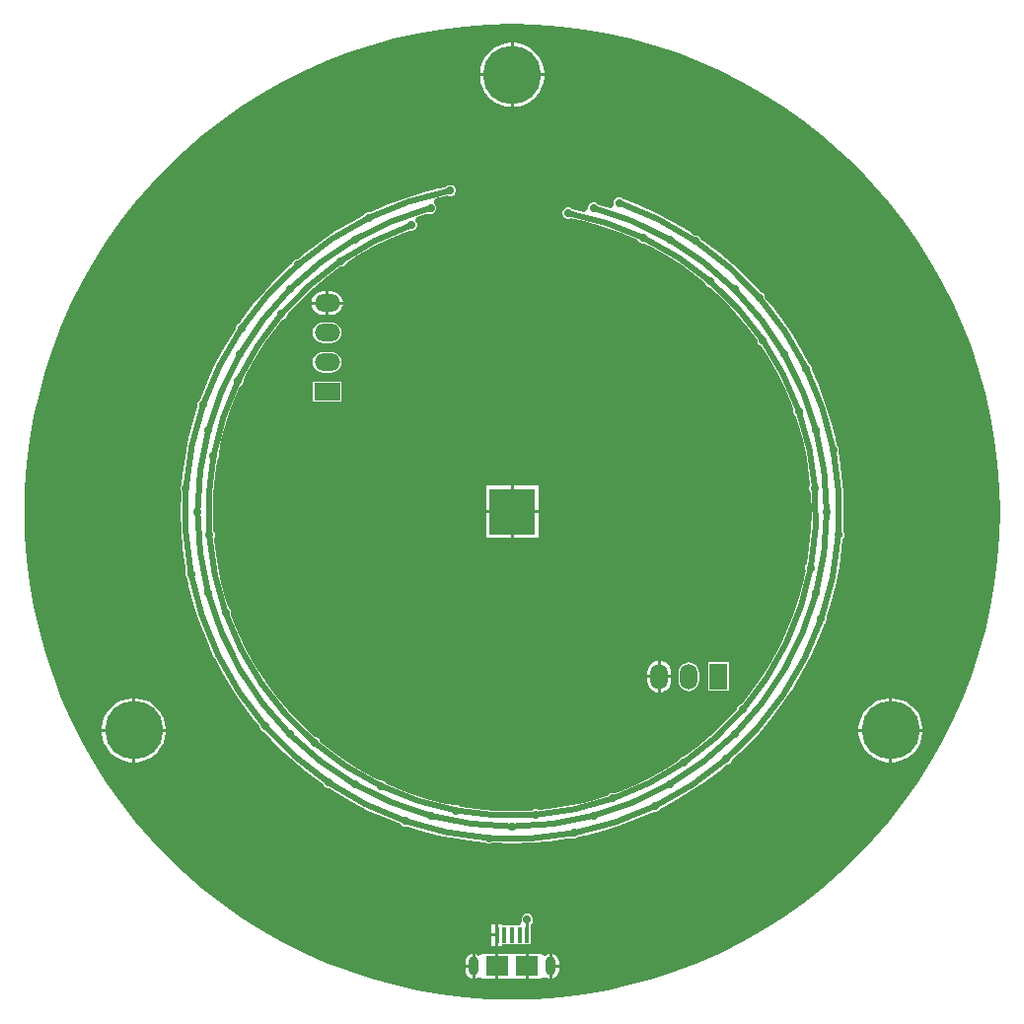
<source format=gbr>
%TF.GenerationSoftware,Altium Limited,Altium Designer,21.0.9 (235)*%
G04 Layer_Physical_Order=2*
G04 Layer_Color=16776960*
%FSLAX44Y44*%
%MOMM*%
%TF.SameCoordinates,5481C346-4989-4D35-A572-F3394CBA5BAB*%
%TF.FilePolarity,Positive*%
%TF.FileFunction,Copper,L2,Bot,Signal*%
%TF.Part,Single*%
G01*
G75*
%TA.AperFunction,Conductor*%
%ADD45C,0.5000*%
%TA.AperFunction,ComponentPad*%
G04:AMPARAMS|DCode=46|XSize=0.9mm|YSize=1.6mm|CornerRadius=0.45mm|HoleSize=0mm|Usage=FLASHONLY|Rotation=180.000|XOffset=0mm|YOffset=0mm|HoleType=Round|Shape=RoundedRectangle|*
%AMROUNDEDRECTD46*
21,1,0.9000,0.7000,0,0,180.0*
21,1,0.0000,1.6000,0,0,180.0*
1,1,0.9000,0.0000,0.3500*
1,1,0.9000,0.0000,0.3500*
1,1,0.9000,0.0000,-0.3500*
1,1,0.9000,0.0000,-0.3500*
%
%ADD46ROUNDEDRECTD46*%
%ADD47R,1.5000X2.2000*%
%ADD48O,1.5000X2.2000*%
%ADD49R,4.0000X4.0000*%
%ADD50O,2.2000X1.5000*%
%ADD51R,2.2000X1.5000*%
%ADD52C,5.0000*%
%TA.AperFunction,ViaPad*%
%ADD53C,0.7200*%
%TA.AperFunction,ConnectorPad*%
%ADD54R,1.9000X1.6510*%
%ADD55R,0.4000X1.3500*%
%TA.AperFunction,Conductor*%
%ADD56C,0.2540*%
G36*
X20540Y418098D02*
X41030Y416586D01*
X61422Y414071D01*
X81665Y410559D01*
X101712Y406057D01*
X121514Y400577D01*
X141023Y394132D01*
X160192Y386738D01*
X178976Y378412D01*
X197328Y369174D01*
X215205Y359047D01*
X232563Y348055D01*
X249361Y336224D01*
X265558Y323584D01*
X281116Y310164D01*
X295996Y295996D01*
X310164Y281116D01*
X323584Y265558D01*
X336224Y249361D01*
X348055Y232563D01*
X359047Y215205D01*
X369174Y197328D01*
X378412Y178976D01*
X386738Y160192D01*
X394132Y141023D01*
X400577Y121514D01*
X406057Y101712D01*
X410559Y81665D01*
X414071Y61422D01*
X416586Y41030D01*
X418098Y20540D01*
X418602Y0D01*
X418098Y-20540D01*
X416586Y-41030D01*
X414071Y-61422D01*
X410559Y-81665D01*
X406057Y-101712D01*
X400577Y-121514D01*
X394132Y-141023D01*
X386738Y-160192D01*
X378412Y-178976D01*
X369174Y-197328D01*
X359047Y-215205D01*
X348055Y-232563D01*
X336224Y-249361D01*
X323584Y-265558D01*
X310164Y-281116D01*
X295996Y-295996D01*
X281116Y-310164D01*
X265558Y-323584D01*
X249361Y-336224D01*
X232563Y-348055D01*
X215205Y-359047D01*
X197328Y-369174D01*
X178976Y-378412D01*
X160192Y-386738D01*
X141023Y-394132D01*
X121514Y-400577D01*
X101712Y-406057D01*
X81665Y-410559D01*
X61422Y-414071D01*
X41030Y-416586D01*
X20540Y-418098D01*
X0Y-418602D01*
X-20540Y-418098D01*
X-41030Y-416586D01*
X-61422Y-414071D01*
X-81665Y-410559D01*
X-101712Y-406057D01*
X-121514Y-400577D01*
X-141023Y-394132D01*
X-160192Y-386738D01*
X-178976Y-378412D01*
X-197328Y-369174D01*
X-215205Y-359047D01*
X-232563Y-348055D01*
X-249361Y-336224D01*
X-265558Y-323584D01*
X-281116Y-310164D01*
X-295996Y-295996D01*
X-310164Y-281116D01*
X-323584Y-265558D01*
X-336224Y-249361D01*
X-348055Y-232563D01*
X-359047Y-215205D01*
X-369174Y-197328D01*
X-378412Y-178976D01*
X-386738Y-160192D01*
X-394132Y-141023D01*
X-400577Y-121514D01*
X-406057Y-101712D01*
X-410559Y-81665D01*
X-414071Y-61422D01*
X-416586Y-41030D01*
X-418098Y-20540D01*
X-418602Y0D01*
X-418098Y20540D01*
X-416586Y41030D01*
X-414071Y61422D01*
X-410559Y81665D01*
X-406057Y101712D01*
X-400577Y121514D01*
X-394132Y141023D01*
X-386738Y160192D01*
X-378412Y178976D01*
X-369174Y197328D01*
X-359047Y215205D01*
X-348055Y232563D01*
X-336224Y249361D01*
X-323584Y265558D01*
X-310164Y281116D01*
X-295996Y295996D01*
X-281116Y310164D01*
X-265558Y323584D01*
X-249361Y336224D01*
X-232563Y348055D01*
X-215205Y359047D01*
X-197328Y369174D01*
X-178976Y378412D01*
X-160192Y386738D01*
X-141023Y394132D01*
X-121514Y400577D01*
X-101712Y406057D01*
X-81665Y410559D01*
X-61422Y414071D01*
X-41030Y416586D01*
X-20540Y418098D01*
X0Y418602D01*
X20540Y418098D01*
D02*
G37*
%LPC*%
G36*
X2167Y402540D02*
X1270D01*
Y376270D01*
X27540D01*
Y377167D01*
X26862Y381449D01*
X25522Y385571D01*
X23554Y389434D01*
X21006Y392941D01*
X17941Y396006D01*
X14434Y398554D01*
X10572Y400522D01*
X6449Y401861D01*
X2167Y402540D01*
D02*
G37*
G36*
X-1270D02*
X-2167D01*
X-6449Y401861D01*
X-10572Y400522D01*
X-14434Y398554D01*
X-17941Y396006D01*
X-21006Y392941D01*
X-23554Y389434D01*
X-25522Y385571D01*
X-26862Y381449D01*
X-27540Y377167D01*
Y376270D01*
X-1270D01*
Y402540D01*
D02*
G37*
G36*
X27540Y373730D02*
X1270D01*
Y347460D01*
X2167D01*
X6449Y348138D01*
X10572Y349477D01*
X14434Y351445D01*
X17941Y353993D01*
X21006Y357058D01*
X23554Y360565D01*
X25522Y364428D01*
X26862Y368551D01*
X27540Y372832D01*
Y373730D01*
D02*
G37*
G36*
X-1270D02*
X-27540D01*
Y372832D01*
X-26862Y368551D01*
X-25522Y364428D01*
X-23554Y360565D01*
X-21006Y357058D01*
X-17941Y353993D01*
X-14434Y351445D01*
X-10572Y349477D01*
X-6449Y348138D01*
X-2167Y347460D01*
X-1270D01*
Y373730D01*
D02*
G37*
G36*
X-52182Y280505D02*
X-54119D01*
X-55909Y279764D01*
X-56944Y278730D01*
X-63328Y277460D01*
X-78786Y273472D01*
X-93996Y268624D01*
X-108910Y262931D01*
X-121533Y257283D01*
X-121711Y257357D01*
X-123648D01*
X-125438Y256615D01*
X-126808Y255245D01*
X-127099Y254542D01*
X-137664Y249084D01*
X-151414Y240973D01*
X-164687Y232105D01*
X-177442Y222505D01*
X-183960Y217002D01*
X-184816D01*
X-186606Y216260D01*
X-187976Y214890D01*
X-188717Y213100D01*
Y212984D01*
X-189639Y212206D01*
X-201239Y201239D01*
X-212206Y189639D01*
X-222505Y177442D01*
X-232105Y164687D01*
X-233894Y162009D01*
X-235245Y161449D01*
X-236615Y160079D01*
X-237357Y158289D01*
Y156826D01*
X-240973Y151414D01*
X-249084Y137664D01*
X-256411Y123481D01*
X-262931Y108910D01*
X-267863Y95990D01*
X-268041Y95916D01*
X-269411Y94546D01*
X-270152Y92757D01*
Y90819D01*
X-269861Y90116D01*
X-273472Y78786D01*
X-277460Y63328D01*
X-280574Y47671D01*
X-282806Y31865D01*
X-283522Y23365D01*
X-284129Y22759D01*
X-284870Y20969D01*
Y19031D01*
X-284129Y17241D01*
X-284046Y17159D01*
X-284147Y15957D01*
X-284595Y0D01*
X-284147Y-15957D01*
X-282806Y-31865D01*
X-280574Y-47671D01*
X-279946Y-50831D01*
X-280505Y-52182D01*
Y-54119D01*
X-279764Y-55909D01*
X-278730Y-56944D01*
X-277460Y-63328D01*
X-273472Y-78786D01*
X-268624Y-93996D01*
X-262931Y-108910D01*
X-256411Y-123481D01*
X-255955Y-124364D01*
X-254334Y-127503D01*
X-249084Y-137664D01*
X-240973Y-151414D01*
X-232105Y-164687D01*
X-222505Y-177442D01*
X-217002Y-183960D01*
Y-184816D01*
X-216260Y-186606D01*
X-214890Y-187976D01*
X-213100Y-188717D01*
X-212984D01*
X-212206Y-189639D01*
X-201239Y-201239D01*
X-189639Y-212206D01*
X-177442Y-222505D01*
X-164687Y-232105D01*
X-162009Y-233894D01*
X-161449Y-235245D01*
X-160079Y-236615D01*
X-158289Y-237357D01*
X-156826D01*
X-151414Y-240973D01*
X-137664Y-249084D01*
X-123481Y-256411D01*
X-108910Y-262931D01*
X-95990Y-267863D01*
X-95916Y-268041D01*
X-94546Y-269411D01*
X-92757Y-270152D01*
X-90819D01*
X-90116Y-269861D01*
X-78786Y-273472D01*
X-63328Y-277460D01*
X-47671Y-280574D01*
X-31865Y-282806D01*
X-23364Y-283522D01*
X-22759Y-284128D01*
X-20969Y-284870D01*
X-19031D01*
X-17241Y-284128D01*
X-17159Y-284046D01*
X-15957Y-284147D01*
X0Y-284595D01*
X15957Y-284147D01*
X31865Y-282806D01*
X47671Y-280574D01*
X50831Y-279946D01*
X52182Y-280505D01*
X54119D01*
X55909Y-279764D01*
X56944Y-278730D01*
X63328Y-277460D01*
X78786Y-273472D01*
X93996Y-268624D01*
X108910Y-262931D01*
X121533Y-257283D01*
X121711Y-257357D01*
X123648D01*
X125438Y-256615D01*
X126808Y-255245D01*
X127099Y-254542D01*
X137664Y-249084D01*
X151414Y-240973D01*
X164687Y-232105D01*
X177442Y-222505D01*
X183960Y-217002D01*
X184816D01*
X186606Y-216260D01*
X187976Y-214890D01*
X188717Y-213100D01*
Y-212984D01*
X189639Y-212206D01*
X201239Y-201239D01*
X212206Y-189639D01*
X222505Y-177442D01*
X232105Y-164687D01*
X235613Y-159436D01*
X240973Y-151414D01*
X249084Y-137664D01*
X256411Y-123481D01*
X262931Y-108910D01*
X267863Y-95990D01*
X268041Y-95916D01*
X269411Y-94546D01*
X270152Y-92757D01*
Y-90819D01*
X269861Y-90116D01*
X273472Y-78786D01*
X277460Y-63328D01*
X280574Y-47671D01*
X282806Y-31865D01*
X283522Y-23365D01*
X284129Y-22759D01*
X284870Y-20969D01*
Y-19031D01*
X284129Y-17241D01*
X284046Y-17159D01*
X284147Y-15957D01*
X284595Y0D01*
X284147Y15957D01*
X282806Y31865D01*
X280574Y47671D01*
X279946Y50831D01*
X280505Y52182D01*
Y54119D01*
X279764Y55909D01*
X278730Y56944D01*
X277460Y63328D01*
X273472Y78786D01*
X268624Y93996D01*
X262931Y108910D01*
X257283Y121533D01*
X257357Y121711D01*
Y123648D01*
X256615Y125438D01*
X255245Y126808D01*
X254542Y127099D01*
X249084Y137664D01*
X240973Y151414D01*
X232105Y164687D01*
X222505Y177442D01*
X217002Y183960D01*
Y184816D01*
X216260Y186606D01*
X214890Y187976D01*
X213100Y188717D01*
X212984D01*
X212206Y189639D01*
X201239Y201239D01*
X189639Y212206D01*
X177442Y222505D01*
X164687Y232105D01*
X162009Y233894D01*
X161449Y235245D01*
X160079Y236615D01*
X158289Y237357D01*
X156826D01*
X151414Y240973D01*
X137664Y249084D01*
X123481Y256411D01*
X108910Y262931D01*
X95990Y267863D01*
X95916Y268041D01*
X94546Y269411D01*
X92757Y270152D01*
X90819D01*
X89029Y269411D01*
X87659Y268041D01*
X86918Y266251D01*
Y264314D01*
X87239Y263538D01*
X85135Y260659D01*
X84742Y260369D01*
X81484Y261493D01*
X73984Y263584D01*
X72640Y264928D01*
X70850Y265670D01*
X68912D01*
X67123Y264928D01*
X65753Y263558D01*
X65011Y261768D01*
Y260457D01*
X64650Y259705D01*
X63880Y258883D01*
X61950Y257266D01*
X51716Y259463D01*
X50733Y260445D01*
X48943Y261187D01*
X47006D01*
X45216Y260445D01*
X43846Y259076D01*
X43104Y257286D01*
Y255348D01*
X43846Y253558D01*
X45216Y252188D01*
X47006Y251447D01*
X48943D01*
X50167Y251954D01*
X61501Y249520D01*
X76455Y245352D01*
X91129Y240288D01*
X105471Y234347D01*
X108322Y232959D01*
X108551Y232408D01*
X109921Y231038D01*
X111711Y230296D01*
X113648D01*
X113725Y230328D01*
X119428Y227552D01*
X132950Y219926D01*
X145986Y211497D01*
X158489Y202297D01*
X164844Y197001D01*
X165577Y195231D01*
X166947Y193861D01*
X168737Y193120D01*
X169501D01*
X170415Y192358D01*
X181718Y181718D01*
X192358Y170415D01*
X202297Y158489D01*
X210296Y147618D01*
Y146352D01*
X211038Y144562D01*
X212408Y143192D01*
X213631Y142685D01*
X219926Y132950D01*
X227552Y119428D01*
X234347Y105471D01*
X240288Y91129D01*
X241322Y88132D01*
X241094Y87580D01*
Y85643D01*
X241835Y83853D01*
X243205Y82483D01*
X243283Y82451D01*
X245352Y76455D01*
X249520Y61501D01*
X252779Y46323D01*
X255114Y30977D01*
X255863Y22738D01*
X255130Y20969D01*
Y19031D01*
X255872Y17241D01*
X256412Y16701D01*
X256519Y15517D01*
X256988Y0D01*
X256519Y-15517D01*
X255114Y-30977D01*
X253083Y-44321D01*
X252188Y-45216D01*
X251447Y-47006D01*
Y-48943D01*
X251954Y-50167D01*
X249520Y-61501D01*
X245352Y-76455D01*
X240288Y-91129D01*
X234347Y-105471D01*
X231657Y-110998D01*
D01*
X229993Y-114414D01*
X227552Y-119428D01*
X219926Y-132950D01*
X211497Y-145986D01*
X202297Y-158489D01*
X197001Y-164844D01*
X195231Y-165577D01*
X193861Y-166947D01*
X193120Y-168737D01*
Y-169501D01*
X192358Y-170415D01*
X181718Y-181718D01*
X170415Y-192358D01*
X158489Y-202297D01*
X147618Y-210296D01*
X146352D01*
X144562Y-211038D01*
X143192Y-212408D01*
X142685Y-213631D01*
X132950Y-219926D01*
X119428Y-227552D01*
X105471Y-234347D01*
X91129Y-240288D01*
X88132Y-241322D01*
X87580Y-241094D01*
X85643D01*
X83853Y-241835D01*
X82483Y-243205D01*
X82451Y-243283D01*
X76455Y-245352D01*
X61501Y-249520D01*
X46323Y-252779D01*
X30977Y-255114D01*
X22739Y-255863D01*
X20969Y-255130D01*
X19031D01*
X17241Y-255871D01*
X16701Y-256412D01*
X15517Y-256519D01*
X0Y-256988D01*
X-15517Y-256519D01*
X-30977Y-255114D01*
X-44321Y-253083D01*
X-45216Y-252188D01*
X-47006Y-251447D01*
X-48943D01*
X-50167Y-251954D01*
X-61501Y-249520D01*
X-76455Y-245352D01*
X-91129Y-240288D01*
X-105471Y-234347D01*
X-108322Y-232959D01*
X-108551Y-232408D01*
X-109921Y-231038D01*
X-111711Y-230296D01*
X-113648D01*
X-113725Y-230328D01*
X-119428Y-227552D01*
X-132950Y-219926D01*
X-145986Y-211497D01*
X-158489Y-202297D01*
X-164844Y-197001D01*
X-165577Y-195231D01*
X-166947Y-193861D01*
X-168737Y-193120D01*
X-169501D01*
X-170415Y-192358D01*
X-181718Y-181718D01*
X-192358Y-170415D01*
X-202297Y-158489D01*
X-211497Y-145986D01*
X-212025Y-145169D01*
X-219926Y-132950D01*
X-227552Y-119428D01*
X-234347Y-105471D01*
X-240288Y-91129D01*
X-241322Y-88132D01*
X-241094Y-87580D01*
Y-85643D01*
X-241835Y-83853D01*
X-243205Y-82483D01*
X-243283Y-82451D01*
X-245352Y-76455D01*
X-249520Y-61501D01*
X-252779Y-46323D01*
X-255114Y-30977D01*
X-255863Y-22738D01*
X-255130Y-20969D01*
Y-19031D01*
X-255872Y-17241D01*
X-256412Y-16701D01*
X-256519Y-15517D01*
X-256988Y0D01*
X-256519Y15517D01*
X-255114Y30977D01*
X-253083Y44321D01*
X-252188Y45216D01*
X-251447Y47006D01*
Y48943D01*
X-251954Y50167D01*
X-249520Y61501D01*
X-245352Y76455D01*
X-240288Y91129D01*
X-234347Y105471D01*
X-232959Y108322D01*
X-232408Y108551D01*
X-231038Y109921D01*
X-230296Y111711D01*
Y113648D01*
X-230328Y113725D01*
X-227552Y119428D01*
X-219926Y132950D01*
X-211497Y145986D01*
X-202297Y158489D01*
X-197001Y164844D01*
X-195231Y165577D01*
X-193861Y166947D01*
X-193120Y168737D01*
Y169501D01*
X-192358Y170415D01*
X-181718Y181718D01*
X-170415Y192358D01*
X-158489Y202297D01*
X-147618Y210296D01*
X-146352D01*
X-144562Y211038D01*
X-143192Y212408D01*
X-142685Y213631D01*
X-132950Y219926D01*
X-119428Y227552D01*
X-105471Y234347D01*
X-91129Y240288D01*
X-88132Y241322D01*
X-87580Y241094D01*
X-85643D01*
X-83853Y241835D01*
X-82483Y243206D01*
X-81742Y244995D01*
Y246933D01*
X-82483Y248723D01*
X-82694Y248934D01*
X-82116Y252997D01*
X-81990Y253208D01*
X-79202Y254170D01*
X-71670Y256269D01*
X-70850Y255930D01*
X-68912D01*
X-67122Y256671D01*
X-65753Y258041D01*
X-65011Y259831D01*
Y261768D01*
X-65753Y263558D01*
X-66947Y264753D01*
X-66966Y265998D01*
X-66555Y268817D01*
X-66277Y268895D01*
X-55295Y271252D01*
X-54119Y270765D01*
X-52182D01*
X-50392Y271507D01*
X-49022Y272877D01*
X-48281Y274667D01*
Y276604D01*
X-49022Y278394D01*
X-50392Y279764D01*
X-52182Y280505D01*
D02*
G37*
G36*
X-155250Y189451D02*
X-157480D01*
Y180594D01*
X-145290D01*
X-145468Y181945D01*
X-146480Y184387D01*
X-148089Y186485D01*
X-150187Y188094D01*
X-152629Y189106D01*
X-155250Y189451D01*
D02*
G37*
G36*
X-160020D02*
X-162250D01*
X-164871Y189106D01*
X-167313Y188094D01*
X-169411Y186485D01*
X-171020Y184387D01*
X-172031Y181945D01*
X-172209Y180594D01*
X-160020D01*
Y189451D01*
D02*
G37*
G36*
X-145290Y178054D02*
X-157480D01*
Y169197D01*
X-155250D01*
X-152629Y169542D01*
X-150187Y170554D01*
X-148089Y172163D01*
X-146480Y174261D01*
X-145468Y176703D01*
X-145290Y178054D01*
D02*
G37*
G36*
X-160020D02*
X-172209D01*
X-172031Y176703D01*
X-171020Y174261D01*
X-169411Y172163D01*
X-167313Y170554D01*
X-164871Y169542D01*
X-162250Y169197D01*
X-160020D01*
Y178054D01*
D02*
G37*
G36*
X-155250Y162770D02*
X-162250D01*
X-164539Y162468D01*
X-166673Y161585D01*
X-168505Y160179D01*
X-169911Y158347D01*
X-170794Y156214D01*
X-171096Y153924D01*
X-170794Y151635D01*
X-169911Y149501D01*
X-168505Y147669D01*
X-166673Y146264D01*
X-164539Y145380D01*
X-162250Y145078D01*
X-155250D01*
X-152961Y145380D01*
X-150827Y146264D01*
X-148995Y147669D01*
X-147589Y149501D01*
X-146706Y151635D01*
X-146404Y153924D01*
X-146706Y156214D01*
X-147589Y158347D01*
X-148995Y160179D01*
X-150827Y161585D01*
X-152961Y162468D01*
X-155250Y162770D01*
D02*
G37*
G36*
Y137370D02*
X-162250D01*
X-164539Y137068D01*
X-166673Y136185D01*
X-168505Y134779D01*
X-169911Y132947D01*
X-170794Y130813D01*
X-171096Y128524D01*
X-170794Y126235D01*
X-169911Y124101D01*
X-168505Y122269D01*
X-166673Y120863D01*
X-164539Y119980D01*
X-162250Y119678D01*
X-155250D01*
X-152961Y119980D01*
X-150827Y120863D01*
X-148995Y122269D01*
X-147589Y124101D01*
X-146706Y126235D01*
X-146404Y128524D01*
X-146706Y130813D01*
X-147589Y132947D01*
X-148995Y134779D01*
X-150827Y136185D01*
X-152961Y137068D01*
X-155250Y137370D01*
D02*
G37*
G36*
X-146480Y111894D02*
X-171020D01*
Y94354D01*
X-146480D01*
Y111894D01*
D02*
G37*
G36*
X22540Y22540D02*
X1270D01*
Y1270D01*
X22540D01*
Y22540D01*
D02*
G37*
G36*
X-1270D02*
X-22540D01*
Y1270D01*
X-1270D01*
Y22540D01*
D02*
G37*
G36*
X22540Y-1270D02*
X1270D01*
Y-22540D01*
X22540D01*
Y-1270D01*
D02*
G37*
G36*
X-1270D02*
X-22540D01*
Y-22540D01*
X-1270D01*
Y-1270D01*
D02*
G37*
G36*
X127508Y-128019D02*
Y-140208D01*
X136365D01*
Y-137978D01*
X136020Y-135357D01*
X135008Y-132915D01*
X133399Y-130817D01*
X131301Y-129208D01*
X128859Y-128196D01*
X127508Y-128019D01*
D02*
G37*
G36*
X124968D02*
X123617Y-128196D01*
X121175Y-129208D01*
X119077Y-130817D01*
X117468Y-132915D01*
X116456Y-135357D01*
X116111Y-137978D01*
Y-140208D01*
X124968D01*
Y-128019D01*
D02*
G37*
G36*
X185808Y-129208D02*
X168268D01*
Y-153748D01*
X185808D01*
Y-129208D01*
D02*
G37*
G36*
X151638Y-129132D02*
X149349Y-129434D01*
X147215Y-130317D01*
X145383Y-131723D01*
X143977Y-133555D01*
X143094Y-135689D01*
X142792Y-137978D01*
Y-144978D01*
X143094Y-147267D01*
X143977Y-149401D01*
X145383Y-151233D01*
X147215Y-152639D01*
X149349Y-153522D01*
X151638Y-153824D01*
X153927Y-153522D01*
X156061Y-152639D01*
X157893Y-151233D01*
X159299Y-149401D01*
X160182Y-147267D01*
X160484Y-144978D01*
Y-137978D01*
X160182Y-135689D01*
X159299Y-133555D01*
X157893Y-131723D01*
X156061Y-130317D01*
X153927Y-129434D01*
X151638Y-129132D01*
D02*
G37*
G36*
X136365Y-142748D02*
X127508D01*
Y-154937D01*
X128859Y-154760D01*
X131301Y-153748D01*
X133399Y-152139D01*
X135008Y-150041D01*
X136020Y-147599D01*
X136365Y-144978D01*
Y-142748D01*
D02*
G37*
G36*
X124968D02*
X116111D01*
Y-144978D01*
X116456Y-147599D01*
X117468Y-150041D01*
X119077Y-152139D01*
X121175Y-153748D01*
X123617Y-154760D01*
X124968Y-154937D01*
Y-142748D01*
D02*
G37*
G36*
X323489Y-159960D02*
X322592D01*
X318310Y-160638D01*
X314188Y-161978D01*
X310325Y-163946D01*
X306818Y-166493D01*
X303753Y-169559D01*
X301205Y-173066D01*
X299237Y-176928D01*
X297897Y-181051D01*
X297219Y-185332D01*
Y-186230D01*
X323489Y-186230D01*
X323489Y-159960D01*
D02*
G37*
G36*
X-322592D02*
X-323489D01*
X-323489Y-186230D01*
X-297219Y-186230D01*
Y-185332D01*
X-297897Y-181051D01*
X-299237Y-176928D01*
X-301205Y-173066D01*
X-303753Y-169559D01*
X-306818Y-166493D01*
X-310325Y-163946D01*
X-314188Y-161978D01*
X-318310Y-160638D01*
X-322592Y-159960D01*
D02*
G37*
G36*
X-326029D02*
X-326927D01*
X-331208Y-160638D01*
X-335331Y-161978D01*
X-339193Y-163946D01*
X-342700Y-166493D01*
X-345766Y-169559D01*
X-348314Y-173066D01*
X-350281Y-176928D01*
X-351621Y-181051D01*
X-352299Y-185332D01*
Y-186230D01*
X-326029Y-186230D01*
X-326029Y-159960D01*
D02*
G37*
G36*
X326927D02*
X326029D01*
X326029Y-186230D01*
X352299Y-186230D01*
Y-185332D01*
X351621Y-181051D01*
X350281Y-176928D01*
X348314Y-173066D01*
X345766Y-169559D01*
X342700Y-166493D01*
X339193Y-163946D01*
X335331Y-161978D01*
X331208Y-160638D01*
X326927Y-159960D01*
D02*
G37*
G36*
X326029Y-188770D02*
X326029Y-215040D01*
X326927D01*
X331208Y-214362D01*
X335331Y-213022D01*
X339193Y-211054D01*
X342700Y-208506D01*
X345766Y-205441D01*
X348314Y-201934D01*
X350281Y-198071D01*
X351621Y-193949D01*
X352299Y-189667D01*
Y-188770D01*
X326029Y-188770D01*
D02*
G37*
G36*
X297219Y-188770D02*
Y-189667D01*
X297897Y-193949D01*
X299237Y-198071D01*
X301205Y-201934D01*
X303753Y-205441D01*
X306818Y-208506D01*
X310325Y-211054D01*
X314188Y-213022D01*
X318310Y-214362D01*
X322592Y-215040D01*
X323489D01*
X323489Y-188770D01*
X297219Y-188770D01*
D02*
G37*
G36*
X-297219D02*
X-323489Y-188770D01*
X-323489Y-215040D01*
X-322592D01*
X-318310Y-214362D01*
X-314188Y-213022D01*
X-310325Y-211054D01*
X-306818Y-208506D01*
X-303753Y-205441D01*
X-301205Y-201934D01*
X-299237Y-198071D01*
X-297897Y-193949D01*
X-297219Y-189667D01*
Y-188770D01*
D02*
G37*
G36*
X-326029Y-188770D02*
X-352299Y-188770D01*
Y-189667D01*
X-351621Y-193949D01*
X-350281Y-198071D01*
X-348314Y-201934D01*
X-345766Y-205441D01*
X-342700Y-208506D01*
X-339193Y-211054D01*
X-335331Y-213022D01*
X-331208Y-214362D01*
X-326927Y-215040D01*
X-326029D01*
X-326029Y-188770D01*
D02*
G37*
G36*
X13969Y-345130D02*
X12031D01*
X10241Y-345871D01*
X8871Y-347241D01*
X8130Y-349031D01*
Y-350969D01*
X8317Y-351420D01*
X6598Y-354775D01*
X6085Y-355230D01*
X-8460D01*
Y-353960D01*
X-11730D01*
Y-363250D01*
Y-372540D01*
X-8460D01*
Y-371270D01*
X9730D01*
Y-371270D01*
X16270D01*
Y-355230D01*
X16270Y-355230D01*
X17476Y-351920D01*
X17870Y-350969D01*
Y-349031D01*
X17129Y-347241D01*
X15759Y-345871D01*
X13969Y-345130D01*
D02*
G37*
G36*
X-14270Y-353960D02*
X-17540D01*
Y-361980D01*
X-14270D01*
Y-353960D01*
D02*
G37*
G36*
Y-364520D02*
X-17540D01*
Y-372540D01*
X-14270D01*
Y-364520D01*
D02*
G37*
G36*
X660Y-379205D02*
X-3150Y-379205D01*
X-11730D01*
Y-390000D01*
Y-400795D01*
X-3150D01*
X-960Y-400795D01*
X2850Y-400795D01*
X11430D01*
Y-390000D01*
Y-379205D01*
X2850D01*
X660Y-379205D01*
D02*
G37*
G36*
X-25040Y-379205D02*
X-25040Y-379205D01*
X-25782Y-379779D01*
X-28850Y-380811D01*
X-29450Y-380351D01*
X-31162Y-379641D01*
X-31730Y-379566D01*
Y-390000D01*
Y-400434D01*
X-31162Y-400359D01*
X-29450Y-399649D01*
X-28850Y-399189D01*
X-25782Y-400221D01*
X-25040Y-400795D01*
X-25040Y-400795D01*
X-24922Y-400795D01*
X-14270D01*
Y-390000D01*
Y-379205D01*
X-24922D01*
X-25040Y-379205D01*
D02*
G37*
G36*
X34270Y-379566D02*
Y-388730D01*
X40101D01*
Y-386500D01*
X39859Y-384662D01*
X39149Y-382950D01*
X38021Y-381479D01*
X36550Y-380351D01*
X34838Y-379641D01*
X34270Y-379566D01*
D02*
G37*
G36*
X-34270D02*
X-34838Y-379641D01*
X-36550Y-380351D01*
X-38021Y-381479D01*
X-39149Y-382950D01*
X-39859Y-384662D01*
X-40101Y-386500D01*
Y-388730D01*
X-34270D01*
Y-379566D01*
D02*
G37*
G36*
X13970Y-379205D02*
Y-390000D01*
Y-400795D01*
X24740D01*
Y-400558D01*
X26388Y-399522D01*
X28550Y-398959D01*
X29450Y-399649D01*
X31162Y-400359D01*
X31730Y-400434D01*
Y-390000D01*
Y-379566D01*
X31162Y-379641D01*
X29450Y-380351D01*
X28550Y-381041D01*
X26388Y-380478D01*
X24740Y-379442D01*
Y-379205D01*
X13970D01*
D02*
G37*
G36*
X40101Y-391270D02*
X34270D01*
Y-400434D01*
X34838Y-400359D01*
X36550Y-399649D01*
X38021Y-398521D01*
X39149Y-397050D01*
X39859Y-395338D01*
X40101Y-393500D01*
Y-391270D01*
D02*
G37*
G36*
X-34270D02*
X-40101D01*
Y-393500D01*
X-39859Y-395338D01*
X-39149Y-397050D01*
X-38021Y-398521D01*
X-36550Y-399649D01*
X-34838Y-400359D01*
X-34270Y-400434D01*
Y-391270D01*
D02*
G37*
%LPD*%
D45*
X157320Y232487D02*
G03*
X91788Y265282I-157320J-232487D01*
G01*
X135000Y233827D02*
G03*
X69881Y260800I-135000J-233827D01*
G01*
X112679Y235166D02*
G03*
X47974Y256317I-112679J-235166D01*
G01*
X212132Y183848D02*
G03*
X157320Y232487I-212132J-183848D01*
G01*
X190919Y190919D02*
G03*
X135000Y233827I-190919J-190919D01*
G01*
X169705Y197990D02*
G03*
X112679Y235166I-169705J-197990D01*
G01*
X252487Y122679D02*
G03*
X212132Y183848I-252487J-122679D01*
G01*
X233827Y135000D02*
G03*
X190919Y190919I-233827J-135000D01*
G01*
X215166Y147320D02*
G03*
X169705Y197990I-215166J-147320D01*
G01*
X275635Y53151D02*
G03*
X252487Y122679I-275635J-53151D01*
G01*
X260800Y69881D02*
G03*
X233827Y135000I-260800J-69881D01*
G01*
X245964Y86611D02*
G03*
X215166Y147320I-245964J-86611D01*
G01*
X280000Y-20000D02*
G03*
X275635Y53151I-280000J20000D01*
G01*
X270000Y0D02*
G03*
X260800Y69881I-270000J0D01*
G01*
X260000Y20000D02*
G03*
X245964Y86611I-260000J-20000D01*
G01*
X265282Y-91788D02*
G03*
X280000Y-20000I-265282J91788D01*
G01*
X260800Y-69881D02*
G03*
X270000Y0I-260800J69881D01*
G01*
X256317Y-47974D02*
G03*
X260000Y20000I-256317J47974D01*
G01*
X232487Y-157320D02*
G03*
X265282Y-91788I-232487J157320D01*
G01*
X233827Y-135000D02*
G03*
X260800Y-69881I-233827J135000D01*
G01*
X235166Y-112679D02*
G03*
X256317Y-47974I-235166J112679D01*
G01*
X183848Y-212132D02*
G03*
X232487Y-157320I-183848J212132D01*
G01*
X190919Y-190919D02*
G03*
X233827Y-135000I-190919J190919D01*
G01*
X197990Y-169705D02*
G03*
X235166Y-112679I-197990J169705D01*
G01*
X122679Y-252487D02*
G03*
X183848Y-212132I-122679J252487D01*
G01*
X135000Y-233827D02*
G03*
X190919Y-190919I-135000J233827D01*
G01*
X147320Y-215166D02*
G03*
X197990Y-169705I-147320J215166D01*
G01*
X53151Y-275635D02*
G03*
X122679Y-252487I-53151J275635D01*
G01*
X69881Y-260800D02*
G03*
X135000Y-233827I-69881J260800D01*
G01*
X86611Y-245964D02*
G03*
X147320Y-215166I-86611J245964D01*
G01*
X-20000Y-280000D02*
G03*
X53151Y-275635I20000J280000D01*
G01*
X0Y-270000D02*
G03*
X69881Y-260800I0J270000D01*
G01*
X20000Y-260000D02*
G03*
X86611Y-245964I-20000J260000D01*
G01*
X-91788Y-265282D02*
G03*
X-20000Y-280000I91788J265282D01*
G01*
X-69881Y-260800D02*
G03*
X0Y-270000I69881J260800D01*
G01*
X-47974Y-256317D02*
G03*
X20000Y-260000I47974J256317D01*
G01*
X-157320Y-232487D02*
G03*
X-91788Y-265282I157320J232487D01*
G01*
X-135000Y-233827D02*
G03*
X-69881Y-260800I135000J233827D01*
G01*
X-112679Y-235166D02*
G03*
X-47974Y-256317I112679J235166D01*
G01*
X-212132Y-183848D02*
G03*
X-157320Y-232487I212132J183848D01*
G01*
X-190919Y-190919D02*
G03*
X-135000Y-233827I190919J190919D01*
G01*
X-169705Y-197990D02*
G03*
X-112679Y-235166I169705J197990D01*
G01*
X-252487Y-122679D02*
G03*
X-212132Y-183848I252487J122679D01*
G01*
X-233827Y-135000D02*
G03*
X-190919Y-190919I233827J135000D01*
G01*
X-215166Y-147320D02*
G03*
X-169705Y-197990I215166J147320D01*
G01*
X-275635Y-53151D02*
G03*
X-252487Y-122679I275635J53151D01*
G01*
X-260800Y-69881D02*
G03*
X-233827Y-135000I260800J69881D01*
G01*
X-245964Y-86611D02*
G03*
X-215166Y-147320I245964J86611D01*
G01*
X-280000Y20000D02*
G03*
X-275635Y-53151I280000J-20000D01*
G01*
X-270000Y0D02*
G03*
X-260800Y-69881I270000J0D01*
G01*
X-260000Y-20000D02*
G03*
X-245964Y-86611I260000J20000D01*
G01*
X-265282Y91788D02*
G03*
X-280000Y20000I265282J-91788D01*
G01*
X-260800Y69881D02*
G03*
X-270000Y0I260800J-69881D01*
G01*
X-256317Y47974D02*
G03*
X-260000Y-20000I256317J-47974D01*
G01*
X-232487Y157320D02*
G03*
X-265282Y91788I232487J-157320D01*
G01*
X-233827Y135000D02*
G03*
X-260800Y69881I233827J-135000D01*
G01*
X-235166Y112679D02*
G03*
X-256317Y47974I235166J-112679D01*
G01*
X-183848Y212132D02*
G03*
X-232487Y157320I183848J-212132D01*
G01*
X-190919Y190919D02*
G03*
X-233827Y135000I190919J-190919D01*
G01*
X-197990Y169705D02*
G03*
X-235166Y112679I197990J-169705D01*
G01*
X-122679Y252487D02*
G03*
X-183848Y212132I122679J-252487D01*
G01*
X-135000Y233827D02*
G03*
X-190919Y190919I135000J-233827D01*
G01*
X-147320Y215166D02*
G03*
X-197990Y169705I147320J-215166D01*
G01*
X-86611Y245964D02*
G03*
X-147320Y215166I86611J-245964D01*
G01*
X-69881Y260800D02*
G03*
X-135000Y233827I69881J-260800D01*
G01*
X-53151Y275635D02*
G03*
X-122679Y252487I53151J-275635D01*
G01*
D46*
X33000Y-390000D02*
D03*
X-33000D02*
D03*
D47*
X177038Y-141478D02*
D03*
D48*
X151638Y-141478D02*
D03*
X126238Y-141478D02*
D03*
D49*
X0Y0D02*
D03*
D50*
X-158750Y179324D02*
D03*
X-158750Y128524D02*
D03*
Y153924D02*
D03*
D51*
X-158750Y103124D02*
D03*
D52*
X324759Y-187500D02*
D03*
X0Y375000D02*
D03*
X-324759Y-187500D02*
D03*
D53*
X13000Y-350000D02*
D03*
X112679Y235166D02*
D03*
X135000Y233827D02*
D03*
X157320Y232487D02*
D03*
X256317Y-47974D02*
D03*
X260800Y-69881D02*
D03*
X265283Y-91788D02*
D03*
X197990Y-169705D02*
D03*
X190919Y-190919D02*
D03*
X183848Y-212132D02*
D03*
X147320Y-215166D02*
D03*
X135000Y-233827D02*
D03*
X122679Y-252487D02*
D03*
X20000Y-260000D02*
D03*
X0Y-270000D02*
D03*
X-20000Y-280000D02*
D03*
X-47974Y-256317D02*
D03*
X-69881Y-260800D02*
D03*
X-91788Y-265283D02*
D03*
X-112679Y-235166D02*
D03*
X-260000Y-20000D02*
D03*
X-270000Y0D02*
D03*
X-280000Y20000D02*
D03*
X-147320Y215166D02*
D03*
X-135000Y233827D02*
D03*
X-122679Y252487D02*
D03*
X-256317Y47974D02*
D03*
X-260800Y69881D02*
D03*
X-265283Y91788D02*
D03*
X-232487Y157320D02*
D03*
X-233827Y135000D02*
D03*
X-235166Y112679D02*
D03*
X-53151Y275635D02*
D03*
X-69881Y260800D02*
D03*
X-183848Y212132D02*
D03*
X-190919Y190919D02*
D03*
X-197990Y169705D02*
D03*
X-86611Y245964D02*
D03*
X91788Y265283D02*
D03*
X69881Y260800D02*
D03*
X47974Y256317D02*
D03*
X212132Y183848D02*
D03*
X190919Y190919D02*
D03*
X169705Y197990D02*
D03*
X252487Y122679D02*
D03*
X233827Y135000D02*
D03*
X215166Y147320D02*
D03*
X275635Y53151D02*
D03*
X260800Y69881D02*
D03*
X245964Y86611D02*
D03*
X280000Y-20000D02*
D03*
X270000Y0D02*
D03*
X260000Y20000D02*
D03*
X53151Y-275635D02*
D03*
X69881Y-260800D02*
D03*
X86611Y-245964D02*
D03*
X-157320Y-232487D02*
D03*
X-135000Y-233827D02*
D03*
X-212132Y-183848D02*
D03*
X-190919Y-190919D02*
D03*
X-169705Y-197990D02*
D03*
X-275635Y-53151D02*
D03*
X-260800Y-69881D02*
D03*
X-245964Y-86611D02*
D03*
D54*
X12700Y-390000D02*
D03*
X-13000Y-390000D02*
D03*
D55*
X13000Y-363250D02*
D03*
X6500Y-363250D02*
D03*
X0D02*
D03*
X-6500D02*
D03*
X-13000D02*
D03*
D56*
X13000Y-363250D02*
Y-350000D01*
%TF.MD5,249620fb2618263b2541f3bd65757653*%
M02*

</source>
